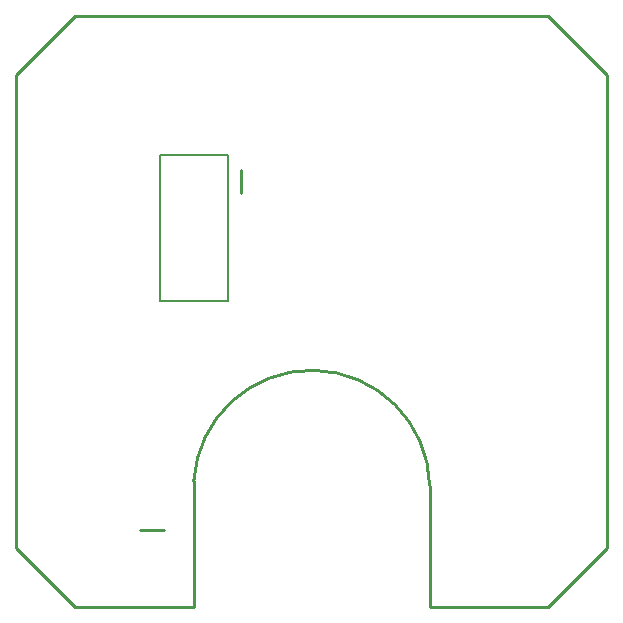
<source format=gbo>
G04 Layer_Color=13948096*
%FSLAX44Y44*%
%MOMM*%
G71*
G01*
G75*
%ADD17C,0.2540*%
%ADD33C,0.2000*%
D17*
X190000Y350000D02*
Y370000D01*
X105000Y65000D02*
X125000D01*
X350000Y102455D02*
G03*
X150181Y106134I-99986J-2344D01*
G01*
X50000Y500000D02*
Y500000D01*
X-0Y450000D02*
X50000Y500000D01*
X-0Y50000D02*
Y450000D01*
Y50000D02*
X50000Y-0D01*
X150000D01*
X150000Y-0D01*
X150181Y181D02*
Y106134D01*
X350000Y-0D02*
Y102455D01*
Y-0D02*
X450000D01*
X500000Y50000D01*
Y450000D01*
X450000Y500000D02*
X500000Y450000D01*
X50000Y500000D02*
X450000D01*
D33*
X121520Y258370D02*
X179020D01*
X121520D02*
Y382370D01*
X179020D01*
Y258370D02*
Y382370D01*
M02*

</source>
